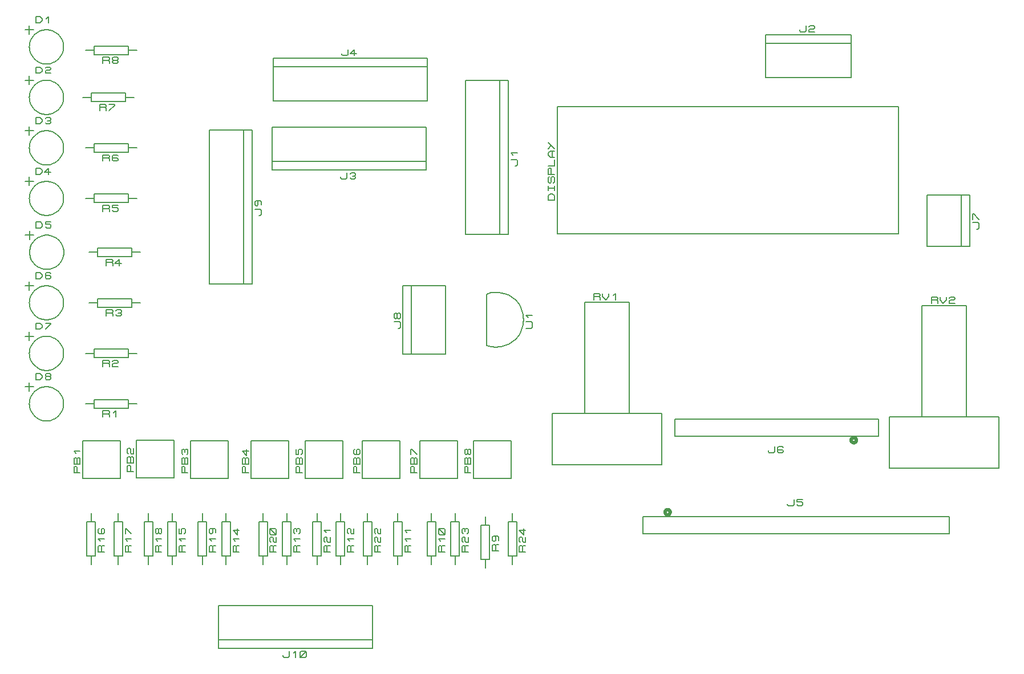
<source format=gbr>
G04 PROTEUS RS274X GERBER FILE*
%FSLAX45Y45*%
%MOMM*%
G01*
%ADD16C,0.203200*%
%ADD17C,0.508000*%
%ADD18C,0.152400*%
D16*
X+931000Y+9250000D02*
X+930173Y+9270483D01*
X+923455Y+9311450D01*
X+909437Y+9352417D01*
X+886659Y+9393384D01*
X+851859Y+9434229D01*
X+810892Y+9465845D01*
X+769925Y+9486392D01*
X+728958Y+9498629D01*
X+687991Y+9503762D01*
X+677000Y+9504000D01*
X+423000Y+9250000D02*
X+423827Y+9270483D01*
X+430545Y+9311450D01*
X+444563Y+9352417D01*
X+467341Y+9393384D01*
X+502141Y+9434229D01*
X+543108Y+9465845D01*
X+584075Y+9486392D01*
X+625042Y+9498629D01*
X+666009Y+9503762D01*
X+677000Y+9504000D01*
X+423000Y+9250000D02*
X+423827Y+9229517D01*
X+430545Y+9188550D01*
X+444563Y+9147583D01*
X+467341Y+9106616D01*
X+502141Y+9065771D01*
X+543108Y+9034155D01*
X+584075Y+9013608D01*
X+625042Y+9001371D01*
X+666009Y+8996238D01*
X+677000Y+8996000D01*
X+931000Y+9250000D02*
X+930173Y+9229517D01*
X+923455Y+9188550D01*
X+909437Y+9147583D01*
X+886659Y+9106616D01*
X+851859Y+9065771D01*
X+810892Y+9034155D01*
X+769925Y+9013608D01*
X+728958Y+9001371D01*
X+687991Y+8996238D01*
X+677000Y+8996000D01*
X+359500Y+9504000D02*
X+486500Y+9504000D01*
X+423000Y+9567500D02*
X+423000Y+9440500D01*
X+518250Y+9608140D02*
X+518250Y+9699580D01*
X+581750Y+9699580D01*
X+613500Y+9669100D01*
X+613500Y+9638620D01*
X+581750Y+9608140D01*
X+518250Y+9608140D01*
X+677000Y+9669100D02*
X+708750Y+9699580D01*
X+708750Y+9608140D01*
X+931000Y+8500000D02*
X+930173Y+8520483D01*
X+923455Y+8561450D01*
X+909437Y+8602417D01*
X+886659Y+8643384D01*
X+851859Y+8684229D01*
X+810892Y+8715845D01*
X+769925Y+8736392D01*
X+728958Y+8748629D01*
X+687991Y+8753762D01*
X+677000Y+8754000D01*
X+423000Y+8500000D02*
X+423827Y+8520483D01*
X+430545Y+8561450D01*
X+444563Y+8602417D01*
X+467341Y+8643384D01*
X+502141Y+8684229D01*
X+543108Y+8715845D01*
X+584075Y+8736392D01*
X+625042Y+8748629D01*
X+666009Y+8753762D01*
X+677000Y+8754000D01*
X+423000Y+8500000D02*
X+423827Y+8479517D01*
X+430545Y+8438550D01*
X+444563Y+8397583D01*
X+467341Y+8356616D01*
X+502141Y+8315771D01*
X+543108Y+8284155D01*
X+584075Y+8263608D01*
X+625042Y+8251371D01*
X+666009Y+8246238D01*
X+677000Y+8246000D01*
X+931000Y+8500000D02*
X+930173Y+8479517D01*
X+923455Y+8438550D01*
X+909437Y+8397583D01*
X+886659Y+8356616D01*
X+851859Y+8315771D01*
X+810892Y+8284155D01*
X+769925Y+8263608D01*
X+728958Y+8251371D01*
X+687991Y+8246238D01*
X+677000Y+8246000D01*
X+359500Y+8754000D02*
X+486500Y+8754000D01*
X+423000Y+8817500D02*
X+423000Y+8690500D01*
X+518250Y+8858140D02*
X+518250Y+8949580D01*
X+581750Y+8949580D01*
X+613500Y+8919100D01*
X+613500Y+8888620D01*
X+581750Y+8858140D01*
X+518250Y+8858140D01*
X+661125Y+8934340D02*
X+677000Y+8949580D01*
X+724625Y+8949580D01*
X+740500Y+8934340D01*
X+740500Y+8919100D01*
X+724625Y+8903860D01*
X+677000Y+8903860D01*
X+661125Y+8888620D01*
X+661125Y+8858140D01*
X+740500Y+8858140D01*
X+931000Y+7750000D02*
X+930173Y+7770483D01*
X+923455Y+7811450D01*
X+909437Y+7852417D01*
X+886659Y+7893384D01*
X+851859Y+7934229D01*
X+810892Y+7965845D01*
X+769925Y+7986392D01*
X+728958Y+7998629D01*
X+687991Y+8003762D01*
X+677000Y+8004000D01*
X+423000Y+7750000D02*
X+423827Y+7770483D01*
X+430545Y+7811450D01*
X+444563Y+7852417D01*
X+467341Y+7893384D01*
X+502141Y+7934229D01*
X+543108Y+7965845D01*
X+584075Y+7986392D01*
X+625042Y+7998629D01*
X+666009Y+8003762D01*
X+677000Y+8004000D01*
X+423000Y+7750000D02*
X+423827Y+7729517D01*
X+430545Y+7688550D01*
X+444563Y+7647583D01*
X+467341Y+7606616D01*
X+502141Y+7565771D01*
X+543108Y+7534155D01*
X+584075Y+7513608D01*
X+625042Y+7501371D01*
X+666009Y+7496238D01*
X+677000Y+7496000D01*
X+931000Y+7750000D02*
X+930173Y+7729517D01*
X+923455Y+7688550D01*
X+909437Y+7647583D01*
X+886659Y+7606616D01*
X+851859Y+7565771D01*
X+810892Y+7534155D01*
X+769925Y+7513608D01*
X+728958Y+7501371D01*
X+687991Y+7496238D01*
X+677000Y+7496000D01*
X+359500Y+8004000D02*
X+486500Y+8004000D01*
X+423000Y+8067500D02*
X+423000Y+7940500D01*
X+518250Y+8108140D02*
X+518250Y+8199580D01*
X+581750Y+8199580D01*
X+613500Y+8169100D01*
X+613500Y+8138620D01*
X+581750Y+8108140D01*
X+518250Y+8108140D01*
X+661125Y+8184340D02*
X+677000Y+8199580D01*
X+724625Y+8199580D01*
X+740500Y+8184340D01*
X+740500Y+8169100D01*
X+724625Y+8153860D01*
X+740500Y+8138620D01*
X+740500Y+8123380D01*
X+724625Y+8108140D01*
X+677000Y+8108140D01*
X+661125Y+8123380D01*
X+692875Y+8153860D02*
X+724625Y+8153860D01*
X+931000Y+7000000D02*
X+930173Y+7020483D01*
X+923455Y+7061450D01*
X+909437Y+7102417D01*
X+886659Y+7143384D01*
X+851859Y+7184229D01*
X+810892Y+7215845D01*
X+769925Y+7236392D01*
X+728958Y+7248629D01*
X+687991Y+7253762D01*
X+677000Y+7254000D01*
X+423000Y+7000000D02*
X+423827Y+7020483D01*
X+430545Y+7061450D01*
X+444563Y+7102417D01*
X+467341Y+7143384D01*
X+502141Y+7184229D01*
X+543108Y+7215845D01*
X+584075Y+7236392D01*
X+625042Y+7248629D01*
X+666009Y+7253762D01*
X+677000Y+7254000D01*
X+423000Y+7000000D02*
X+423827Y+6979517D01*
X+430545Y+6938550D01*
X+444563Y+6897583D01*
X+467341Y+6856616D01*
X+502141Y+6815771D01*
X+543108Y+6784155D01*
X+584075Y+6763608D01*
X+625042Y+6751371D01*
X+666009Y+6746238D01*
X+677000Y+6746000D01*
X+931000Y+7000000D02*
X+930173Y+6979517D01*
X+923455Y+6938550D01*
X+909437Y+6897583D01*
X+886659Y+6856616D01*
X+851859Y+6815771D01*
X+810892Y+6784155D01*
X+769925Y+6763608D01*
X+728958Y+6751371D01*
X+687991Y+6746238D01*
X+677000Y+6746000D01*
X+359500Y+7254000D02*
X+486500Y+7254000D01*
X+423000Y+7317500D02*
X+423000Y+7190500D01*
X+518250Y+7358140D02*
X+518250Y+7449580D01*
X+581750Y+7449580D01*
X+613500Y+7419100D01*
X+613500Y+7388620D01*
X+581750Y+7358140D01*
X+518250Y+7358140D01*
X+740500Y+7388620D02*
X+645250Y+7388620D01*
X+708750Y+7449580D01*
X+708750Y+7358140D01*
X+935000Y+6200000D02*
X+934173Y+6220483D01*
X+927455Y+6261450D01*
X+913437Y+6302417D01*
X+890659Y+6343384D01*
X+855859Y+6384229D01*
X+814892Y+6415845D01*
X+773925Y+6436392D01*
X+732958Y+6448629D01*
X+691991Y+6453762D01*
X+681000Y+6454000D01*
X+427000Y+6200000D02*
X+427827Y+6220483D01*
X+434545Y+6261450D01*
X+448563Y+6302417D01*
X+471341Y+6343384D01*
X+506141Y+6384229D01*
X+547108Y+6415845D01*
X+588075Y+6436392D01*
X+629042Y+6448629D01*
X+670009Y+6453762D01*
X+681000Y+6454000D01*
X+427000Y+6200000D02*
X+427827Y+6179517D01*
X+434545Y+6138550D01*
X+448563Y+6097583D01*
X+471341Y+6056616D01*
X+506141Y+6015771D01*
X+547108Y+5984155D01*
X+588075Y+5963608D01*
X+629042Y+5951371D01*
X+670009Y+5946238D01*
X+681000Y+5946000D01*
X+935000Y+6200000D02*
X+934173Y+6179517D01*
X+927455Y+6138550D01*
X+913437Y+6097583D01*
X+890659Y+6056616D01*
X+855859Y+6015771D01*
X+814892Y+5984155D01*
X+773925Y+5963608D01*
X+732958Y+5951371D01*
X+691991Y+5946238D01*
X+681000Y+5946000D01*
X+363500Y+6454000D02*
X+490500Y+6454000D01*
X+427000Y+6517500D02*
X+427000Y+6390500D01*
X+522250Y+6558140D02*
X+522250Y+6649580D01*
X+585750Y+6649580D01*
X+617500Y+6619100D01*
X+617500Y+6588620D01*
X+585750Y+6558140D01*
X+522250Y+6558140D01*
X+744500Y+6649580D02*
X+665125Y+6649580D01*
X+665125Y+6619100D01*
X+728625Y+6619100D01*
X+744500Y+6603860D01*
X+744500Y+6573380D01*
X+728625Y+6558140D01*
X+681000Y+6558140D01*
X+665125Y+6573380D01*
X+931000Y+5450000D02*
X+930173Y+5470483D01*
X+923455Y+5511450D01*
X+909437Y+5552417D01*
X+886659Y+5593384D01*
X+851859Y+5634229D01*
X+810892Y+5665845D01*
X+769925Y+5686392D01*
X+728958Y+5698629D01*
X+687991Y+5703762D01*
X+677000Y+5704000D01*
X+423000Y+5450000D02*
X+423827Y+5470483D01*
X+430545Y+5511450D01*
X+444563Y+5552417D01*
X+467341Y+5593384D01*
X+502141Y+5634229D01*
X+543108Y+5665845D01*
X+584075Y+5686392D01*
X+625042Y+5698629D01*
X+666009Y+5703762D01*
X+677000Y+5704000D01*
X+423000Y+5450000D02*
X+423827Y+5429517D01*
X+430545Y+5388550D01*
X+444563Y+5347583D01*
X+467341Y+5306616D01*
X+502141Y+5265771D01*
X+543108Y+5234155D01*
X+584075Y+5213608D01*
X+625042Y+5201371D01*
X+666009Y+5196238D01*
X+677000Y+5196000D01*
X+931000Y+5450000D02*
X+930173Y+5429517D01*
X+923455Y+5388550D01*
X+909437Y+5347583D01*
X+886659Y+5306616D01*
X+851859Y+5265771D01*
X+810892Y+5234155D01*
X+769925Y+5213608D01*
X+728958Y+5201371D01*
X+687991Y+5196238D01*
X+677000Y+5196000D01*
X+359500Y+5704000D02*
X+486500Y+5704000D01*
X+423000Y+5767500D02*
X+423000Y+5640500D01*
X+518250Y+5808140D02*
X+518250Y+5899580D01*
X+581750Y+5899580D01*
X+613500Y+5869100D01*
X+613500Y+5838620D01*
X+581750Y+5808140D01*
X+518250Y+5808140D01*
X+740500Y+5884340D02*
X+724625Y+5899580D01*
X+677000Y+5899580D01*
X+661125Y+5884340D01*
X+661125Y+5823380D01*
X+677000Y+5808140D01*
X+724625Y+5808140D01*
X+740500Y+5823380D01*
X+740500Y+5838620D01*
X+724625Y+5853860D01*
X+661125Y+5853860D01*
X+931000Y+4700000D02*
X+930173Y+4720483D01*
X+923455Y+4761450D01*
X+909437Y+4802417D01*
X+886659Y+4843384D01*
X+851859Y+4884229D01*
X+810892Y+4915845D01*
X+769925Y+4936392D01*
X+728958Y+4948629D01*
X+687991Y+4953762D01*
X+677000Y+4954000D01*
X+423000Y+4700000D02*
X+423827Y+4720483D01*
X+430545Y+4761450D01*
X+444563Y+4802417D01*
X+467341Y+4843384D01*
X+502141Y+4884229D01*
X+543108Y+4915845D01*
X+584075Y+4936392D01*
X+625042Y+4948629D01*
X+666009Y+4953762D01*
X+677000Y+4954000D01*
X+423000Y+4700000D02*
X+423827Y+4679517D01*
X+430545Y+4638550D01*
X+444563Y+4597583D01*
X+467341Y+4556616D01*
X+502141Y+4515771D01*
X+543108Y+4484155D01*
X+584075Y+4463608D01*
X+625042Y+4451371D01*
X+666009Y+4446238D01*
X+677000Y+4446000D01*
X+931000Y+4700000D02*
X+930173Y+4679517D01*
X+923455Y+4638550D01*
X+909437Y+4597583D01*
X+886659Y+4556616D01*
X+851859Y+4515771D01*
X+810892Y+4484155D01*
X+769925Y+4463608D01*
X+728958Y+4451371D01*
X+687991Y+4446238D01*
X+677000Y+4446000D01*
X+359500Y+4954000D02*
X+486500Y+4954000D01*
X+423000Y+5017500D02*
X+423000Y+4890500D01*
X+518250Y+5058140D02*
X+518250Y+5149580D01*
X+581750Y+5149580D01*
X+613500Y+5119100D01*
X+613500Y+5088620D01*
X+581750Y+5058140D01*
X+518250Y+5058140D01*
X+661125Y+5149580D02*
X+740500Y+5149580D01*
X+740500Y+5134340D01*
X+661125Y+5058140D01*
X+931000Y+3950000D02*
X+930173Y+3970483D01*
X+923455Y+4011450D01*
X+909437Y+4052417D01*
X+886659Y+4093384D01*
X+851859Y+4134229D01*
X+810892Y+4165845D01*
X+769925Y+4186392D01*
X+728958Y+4198629D01*
X+687991Y+4203762D01*
X+677000Y+4204000D01*
X+423000Y+3950000D02*
X+423827Y+3970483D01*
X+430545Y+4011450D01*
X+444563Y+4052417D01*
X+467341Y+4093384D01*
X+502141Y+4134229D01*
X+543108Y+4165845D01*
X+584075Y+4186392D01*
X+625042Y+4198629D01*
X+666009Y+4203762D01*
X+677000Y+4204000D01*
X+423000Y+3950000D02*
X+423827Y+3929517D01*
X+430545Y+3888550D01*
X+444563Y+3847583D01*
X+467341Y+3806616D01*
X+502141Y+3765771D01*
X+543108Y+3734155D01*
X+584075Y+3713608D01*
X+625042Y+3701371D01*
X+666009Y+3696238D01*
X+677000Y+3696000D01*
X+931000Y+3950000D02*
X+930173Y+3929517D01*
X+923455Y+3888550D01*
X+909437Y+3847583D01*
X+886659Y+3806616D01*
X+851859Y+3765771D01*
X+810892Y+3734155D01*
X+769925Y+3713608D01*
X+728958Y+3701371D01*
X+687991Y+3696238D01*
X+677000Y+3696000D01*
X+359500Y+4204000D02*
X+486500Y+4204000D01*
X+423000Y+4267500D02*
X+423000Y+4140500D01*
X+518250Y+4308140D02*
X+518250Y+4399580D01*
X+581750Y+4399580D01*
X+613500Y+4369100D01*
X+613500Y+4338620D01*
X+581750Y+4308140D01*
X+518250Y+4308140D01*
X+677000Y+4353860D02*
X+661125Y+4369100D01*
X+661125Y+4384340D01*
X+677000Y+4399580D01*
X+724625Y+4399580D01*
X+740500Y+4384340D01*
X+740500Y+4369100D01*
X+724625Y+4353860D01*
X+677000Y+4353860D01*
X+661125Y+4338620D01*
X+661125Y+4323380D01*
X+677000Y+4308140D01*
X+724625Y+4308140D01*
X+740500Y+4323380D01*
X+740500Y+4338620D01*
X+724625Y+4353860D01*
X+8256000Y+6473600D02*
X+13323300Y+6473600D01*
X+13323300Y+8365900D01*
X+8256000Y+8365900D01*
X+8256000Y+6473600D01*
X+8215360Y+6975250D02*
X+8123920Y+6975250D01*
X+8123920Y+7038750D01*
X+8154400Y+7070500D01*
X+8184880Y+7070500D01*
X+8215360Y+7038750D01*
X+8215360Y+6975250D01*
X+8123920Y+7118125D02*
X+8123920Y+7181625D01*
X+8123920Y+7149875D02*
X+8215360Y+7149875D01*
X+8215360Y+7118125D02*
X+8215360Y+7181625D01*
X+8200120Y+7229250D02*
X+8215360Y+7245125D01*
X+8215360Y+7308625D01*
X+8200120Y+7324500D01*
X+8184880Y+7324500D01*
X+8169640Y+7308625D01*
X+8169640Y+7245125D01*
X+8154400Y+7229250D01*
X+8139160Y+7229250D01*
X+8123920Y+7245125D01*
X+8123920Y+7308625D01*
X+8139160Y+7324500D01*
X+8215360Y+7356250D02*
X+8123920Y+7356250D01*
X+8123920Y+7435625D01*
X+8139160Y+7451500D01*
X+8154400Y+7451500D01*
X+8169640Y+7435625D01*
X+8169640Y+7356250D01*
X+8123920Y+7483250D02*
X+8215360Y+7483250D01*
X+8215360Y+7578500D01*
X+8215360Y+7610250D02*
X+8154400Y+7610250D01*
X+8123920Y+7642000D01*
X+8123920Y+7673750D01*
X+8154400Y+7705500D01*
X+8215360Y+7705500D01*
X+8184880Y+7610250D02*
X+8184880Y+7705500D01*
X+8123920Y+7832500D02*
X+8215360Y+7737250D01*
X+8123920Y+7737250D02*
X+8169640Y+7784875D01*
X+6896000Y+6468000D02*
X+7531000Y+6468000D01*
X+7531000Y+8754000D01*
X+6896000Y+8754000D01*
X+6896000Y+6468000D01*
X+7404000Y+8754000D02*
X+7404000Y+6468000D01*
X+7632600Y+7484000D02*
X+7647840Y+7484000D01*
X+7663080Y+7499875D01*
X+7663080Y+7563375D01*
X+7647840Y+7579250D01*
X+7571640Y+7579250D01*
X+7602120Y+7642750D02*
X+7571640Y+7674500D01*
X+7663080Y+7674500D01*
X+11346000Y+8796000D02*
X+12616000Y+8796000D01*
X+12616000Y+9431000D01*
X+11346000Y+9431000D01*
X+11346000Y+8796000D01*
X+11346000Y+9304000D02*
X+12616000Y+9304000D01*
X+11854000Y+9502120D02*
X+11854000Y+9486880D01*
X+11869875Y+9471640D01*
X+11933375Y+9471640D01*
X+11949250Y+9486880D01*
X+11949250Y+9563080D01*
X+11996875Y+9547840D02*
X+12012750Y+9563080D01*
X+12060375Y+9563080D01*
X+12076250Y+9547840D01*
X+12076250Y+9532600D01*
X+12060375Y+9517360D01*
X+12012750Y+9517360D01*
X+11996875Y+9502120D01*
X+11996875Y+9471640D01*
X+12076250Y+9471640D01*
X+4026000Y+7419000D02*
X+6312000Y+7419000D01*
X+6312000Y+8054000D01*
X+4026000Y+8054000D01*
X+4026000Y+7419000D01*
X+6312000Y+7546000D02*
X+4026000Y+7546000D01*
X+5042000Y+7317400D02*
X+5042000Y+7302160D01*
X+5057875Y+7286920D01*
X+5121375Y+7286920D01*
X+5137250Y+7302160D01*
X+5137250Y+7378360D01*
X+5184875Y+7363120D02*
X+5200750Y+7378360D01*
X+5248375Y+7378360D01*
X+5264250Y+7363120D01*
X+5264250Y+7347880D01*
X+5248375Y+7332640D01*
X+5264250Y+7317400D01*
X+5264250Y+7302160D01*
X+5248375Y+7286920D01*
X+5200750Y+7286920D01*
X+5184875Y+7302160D01*
X+5216625Y+7332640D02*
X+5248375Y+7332640D01*
X+4042000Y+8446000D02*
X+6328000Y+8446000D01*
X+6328000Y+9081000D01*
X+4042000Y+9081000D01*
X+4042000Y+8446000D01*
X+4042000Y+8954000D02*
X+6328000Y+8954000D01*
X+5058000Y+9152120D02*
X+5058000Y+9136880D01*
X+5073875Y+9121640D01*
X+5137375Y+9121640D01*
X+5153250Y+9136880D01*
X+5153250Y+9213080D01*
X+5280250Y+9152120D02*
X+5185000Y+9152120D01*
X+5248500Y+9213080D01*
X+5248500Y+9121640D01*
D17*
X+9934100Y+2340500D02*
X+9933969Y+2343658D01*
X+9932903Y+2349976D01*
X+9930672Y+2356294D01*
X+9927027Y+2362612D01*
X+9921452Y+2368851D01*
X+9915134Y+2373447D01*
X+9908816Y+2376380D01*
X+9902498Y+2378042D01*
X+9896180Y+2378600D01*
X+9896000Y+2378600D01*
X+9857900Y+2340500D02*
X+9858031Y+2343658D01*
X+9859097Y+2349976D01*
X+9861328Y+2356294D01*
X+9864973Y+2362612D01*
X+9870548Y+2368851D01*
X+9876866Y+2373447D01*
X+9883184Y+2376380D01*
X+9889502Y+2378042D01*
X+9895820Y+2378600D01*
X+9896000Y+2378600D01*
X+9857900Y+2340500D02*
X+9858031Y+2337342D01*
X+9859097Y+2331024D01*
X+9861328Y+2324706D01*
X+9864973Y+2318388D01*
X+9870548Y+2312149D01*
X+9876866Y+2307553D01*
X+9883184Y+2304620D01*
X+9889502Y+2302958D01*
X+9895820Y+2302400D01*
X+9896000Y+2302400D01*
X+9934100Y+2340500D02*
X+9933969Y+2337342D01*
X+9932903Y+2331024D01*
X+9930672Y+2324706D01*
X+9927027Y+2318388D01*
X+9921452Y+2312149D01*
X+9915134Y+2307553D01*
X+9908816Y+2304620D01*
X+9902498Y+2302958D01*
X+9896180Y+2302400D01*
X+9896000Y+2302400D01*
D18*
X+9527700Y+2023000D02*
X+14074300Y+2023000D01*
X+14074300Y+2277000D01*
X+9527700Y+2277000D01*
X+9527700Y+2023000D01*
D16*
X+11674000Y+2464960D02*
X+11674000Y+2449720D01*
X+11689875Y+2434480D01*
X+11753375Y+2434480D01*
X+11769250Y+2449720D01*
X+11769250Y+2525920D01*
X+11896250Y+2525920D02*
X+11816875Y+2525920D01*
X+11816875Y+2495440D01*
X+11880375Y+2495440D01*
X+11896250Y+2480200D01*
X+11896250Y+2449720D01*
X+11880375Y+2434480D01*
X+11832750Y+2434480D01*
X+11816875Y+2449720D01*
D17*
X+12696100Y+3409500D02*
X+12695969Y+3412658D01*
X+12694903Y+3418976D01*
X+12692672Y+3425294D01*
X+12689027Y+3431612D01*
X+12683452Y+3437851D01*
X+12677134Y+3442447D01*
X+12670816Y+3445380D01*
X+12664498Y+3447042D01*
X+12658180Y+3447600D01*
X+12658000Y+3447600D01*
X+12619900Y+3409500D02*
X+12620031Y+3412658D01*
X+12621097Y+3418976D01*
X+12623328Y+3425294D01*
X+12626973Y+3431612D01*
X+12632548Y+3437851D01*
X+12638866Y+3442447D01*
X+12645184Y+3445380D01*
X+12651502Y+3447042D01*
X+12657820Y+3447600D01*
X+12658000Y+3447600D01*
X+12619900Y+3409500D02*
X+12620031Y+3406342D01*
X+12621097Y+3400024D01*
X+12623328Y+3393706D01*
X+12626973Y+3387388D01*
X+12632548Y+3381149D01*
X+12638866Y+3376553D01*
X+12645184Y+3373620D01*
X+12651502Y+3371958D01*
X+12657820Y+3371400D01*
X+12658000Y+3371400D01*
X+12696100Y+3409500D02*
X+12695969Y+3406342D01*
X+12694903Y+3400024D01*
X+12692672Y+3393706D01*
X+12689027Y+3387388D01*
X+12683452Y+3381149D01*
X+12677134Y+3376553D01*
X+12670816Y+3373620D01*
X+12664498Y+3371958D01*
X+12658180Y+3371400D01*
X+12658000Y+3371400D01*
D18*
X+13026300Y+3727000D02*
X+10003700Y+3727000D01*
X+10003700Y+3473000D01*
X+13026300Y+3473000D01*
X+13026300Y+3727000D01*
D16*
X+11388000Y+3254560D02*
X+11388000Y+3239320D01*
X+11403875Y+3224080D01*
X+11467375Y+3224080D01*
X+11483250Y+3239320D01*
X+11483250Y+3315520D01*
X+11610250Y+3300280D02*
X+11594375Y+3315520D01*
X+11546750Y+3315520D01*
X+11530875Y+3300280D01*
X+11530875Y+3239320D01*
X+11546750Y+3224080D01*
X+11594375Y+3224080D01*
X+11610250Y+3239320D01*
X+11610250Y+3254560D01*
X+11594375Y+3269800D01*
X+11530875Y+3269800D01*
X+13746000Y+6292000D02*
X+14381000Y+6292000D01*
X+14381000Y+7054000D01*
X+13746000Y+7054000D01*
X+13746000Y+6292000D01*
X+14254000Y+7054000D02*
X+14254000Y+6292000D01*
X+14482600Y+6546000D02*
X+14497840Y+6546000D01*
X+14513080Y+6561875D01*
X+14513080Y+6625375D01*
X+14497840Y+6641250D01*
X+14421640Y+6641250D01*
X+14421640Y+6688875D02*
X+14421640Y+6768250D01*
X+14436880Y+6768250D01*
X+14513080Y+6688875D01*
X+5969000Y+4692000D02*
X+6604000Y+4692000D01*
X+6604000Y+5708000D01*
X+5969000Y+5708000D01*
X+5969000Y+4692000D01*
X+6096000Y+4692000D02*
X+6096000Y+5708000D01*
X+5897880Y+5073000D02*
X+5913120Y+5073000D01*
X+5928360Y+5088875D01*
X+5928360Y+5152375D01*
X+5913120Y+5168250D01*
X+5836920Y+5168250D01*
X+5882640Y+5231750D02*
X+5867400Y+5215875D01*
X+5852160Y+5215875D01*
X+5836920Y+5231750D01*
X+5836920Y+5279375D01*
X+5852160Y+5295250D01*
X+5867400Y+5295250D01*
X+5882640Y+5279375D01*
X+5882640Y+5231750D01*
X+5897880Y+5215875D01*
X+5913120Y+5215875D01*
X+5928360Y+5231750D01*
X+5928360Y+5279375D01*
X+5913120Y+5295250D01*
X+5897880Y+5295250D01*
X+5882640Y+5279375D01*
X+3096000Y+5730000D02*
X+3731000Y+5730000D01*
X+3731000Y+8016000D01*
X+3096000Y+8016000D01*
X+3096000Y+5730000D01*
X+3604000Y+8016000D02*
X+3604000Y+5730000D01*
X+3832600Y+6746000D02*
X+3847840Y+6746000D01*
X+3863080Y+6761875D01*
X+3863080Y+6825375D01*
X+3847840Y+6841250D01*
X+3771640Y+6841250D01*
X+3802120Y+6968250D02*
X+3817360Y+6952375D01*
X+3817360Y+6904750D01*
X+3802120Y+6888875D01*
X+3786880Y+6888875D01*
X+3771640Y+6904750D01*
X+3771640Y+6952375D01*
X+3786880Y+6968250D01*
X+3847840Y+6968250D01*
X+3863080Y+6952375D01*
X+3863080Y+6904750D01*
X+3234000Y+319000D02*
X+5520000Y+319000D01*
X+5520000Y+954000D01*
X+3234000Y+954000D01*
X+3234000Y+319000D01*
X+5520000Y+446000D02*
X+3234000Y+446000D01*
X+4186500Y+217400D02*
X+4186500Y+202160D01*
X+4202375Y+186920D01*
X+4265875Y+186920D01*
X+4281750Y+202160D01*
X+4281750Y+278360D01*
X+4345250Y+247880D02*
X+4377000Y+278360D01*
X+4377000Y+186920D01*
X+4440500Y+202160D02*
X+4440500Y+263120D01*
X+4456375Y+278360D01*
X+4519875Y+278360D01*
X+4535750Y+263120D01*
X+4535750Y+202160D01*
X+4519875Y+186920D01*
X+4456375Y+186920D01*
X+4440500Y+202160D01*
X+4440500Y+186920D02*
X+4535750Y+278360D01*
X+1216600Y+2839600D02*
X+1775400Y+2839600D01*
X+1775400Y+3398400D01*
X+1216600Y+3398400D01*
X+1216600Y+2839600D01*
X+1175960Y+2928500D02*
X+1084520Y+2928500D01*
X+1084520Y+3007875D01*
X+1099760Y+3023750D01*
X+1115000Y+3023750D01*
X+1130240Y+3007875D01*
X+1130240Y+2928500D01*
X+1175960Y+3055500D02*
X+1084520Y+3055500D01*
X+1084520Y+3134875D01*
X+1099760Y+3150750D01*
X+1115000Y+3150750D01*
X+1130240Y+3134875D01*
X+1145480Y+3150750D01*
X+1160720Y+3150750D01*
X+1175960Y+3134875D01*
X+1175960Y+3055500D01*
X+1130240Y+3055500D02*
X+1130240Y+3134875D01*
X+1115000Y+3214250D02*
X+1084520Y+3246000D01*
X+1175960Y+3246000D01*
X+2008600Y+2851600D02*
X+2567400Y+2851600D01*
X+2567400Y+3410400D01*
X+2008600Y+3410400D01*
X+2008600Y+2851600D01*
X+1967960Y+2940500D02*
X+1876520Y+2940500D01*
X+1876520Y+3019875D01*
X+1891760Y+3035750D01*
X+1907000Y+3035750D01*
X+1922240Y+3019875D01*
X+1922240Y+2940500D01*
X+1967960Y+3067500D02*
X+1876520Y+3067500D01*
X+1876520Y+3146875D01*
X+1891760Y+3162750D01*
X+1907000Y+3162750D01*
X+1922240Y+3146875D01*
X+1937480Y+3162750D01*
X+1952720Y+3162750D01*
X+1967960Y+3146875D01*
X+1967960Y+3067500D01*
X+1922240Y+3067500D02*
X+1922240Y+3146875D01*
X+1891760Y+3210375D02*
X+1876520Y+3226250D01*
X+1876520Y+3273875D01*
X+1891760Y+3289750D01*
X+1907000Y+3289750D01*
X+1922240Y+3273875D01*
X+1922240Y+3226250D01*
X+1937480Y+3210375D01*
X+1967960Y+3210375D01*
X+1967960Y+3289750D01*
X+2816600Y+2839600D02*
X+3375400Y+2839600D01*
X+3375400Y+3398400D01*
X+2816600Y+3398400D01*
X+2816600Y+2839600D01*
X+2775960Y+2928500D02*
X+2684520Y+2928500D01*
X+2684520Y+3007875D01*
X+2699760Y+3023750D01*
X+2715000Y+3023750D01*
X+2730240Y+3007875D01*
X+2730240Y+2928500D01*
X+2775960Y+3055500D02*
X+2684520Y+3055500D01*
X+2684520Y+3134875D01*
X+2699760Y+3150750D01*
X+2715000Y+3150750D01*
X+2730240Y+3134875D01*
X+2745480Y+3150750D01*
X+2760720Y+3150750D01*
X+2775960Y+3134875D01*
X+2775960Y+3055500D01*
X+2730240Y+3055500D02*
X+2730240Y+3134875D01*
X+2699760Y+3198375D02*
X+2684520Y+3214250D01*
X+2684520Y+3261875D01*
X+2699760Y+3277750D01*
X+2715000Y+3277750D01*
X+2730240Y+3261875D01*
X+2745480Y+3277750D01*
X+2760720Y+3277750D01*
X+2775960Y+3261875D01*
X+2775960Y+3214250D01*
X+2760720Y+3198375D01*
X+2730240Y+3230125D02*
X+2730240Y+3261875D01*
X+3716600Y+2839600D02*
X+4275400Y+2839600D01*
X+4275400Y+3398400D01*
X+3716600Y+3398400D01*
X+3716600Y+2839600D01*
X+3675960Y+2928500D02*
X+3584520Y+2928500D01*
X+3584520Y+3007875D01*
X+3599760Y+3023750D01*
X+3615000Y+3023750D01*
X+3630240Y+3007875D01*
X+3630240Y+2928500D01*
X+3675960Y+3055500D02*
X+3584520Y+3055500D01*
X+3584520Y+3134875D01*
X+3599760Y+3150750D01*
X+3615000Y+3150750D01*
X+3630240Y+3134875D01*
X+3645480Y+3150750D01*
X+3660720Y+3150750D01*
X+3675960Y+3134875D01*
X+3675960Y+3055500D01*
X+3630240Y+3055500D02*
X+3630240Y+3134875D01*
X+3645480Y+3277750D02*
X+3645480Y+3182500D01*
X+3584520Y+3246000D01*
X+3675960Y+3246000D01*
X+4516600Y+2839600D02*
X+5075400Y+2839600D01*
X+5075400Y+3398400D01*
X+4516600Y+3398400D01*
X+4516600Y+2839600D01*
X+4475960Y+2928500D02*
X+4384520Y+2928500D01*
X+4384520Y+3007875D01*
X+4399760Y+3023750D01*
X+4415000Y+3023750D01*
X+4430240Y+3007875D01*
X+4430240Y+2928500D01*
X+4475960Y+3055500D02*
X+4384520Y+3055500D01*
X+4384520Y+3134875D01*
X+4399760Y+3150750D01*
X+4415000Y+3150750D01*
X+4430240Y+3134875D01*
X+4445480Y+3150750D01*
X+4460720Y+3150750D01*
X+4475960Y+3134875D01*
X+4475960Y+3055500D01*
X+4430240Y+3055500D02*
X+4430240Y+3134875D01*
X+4384520Y+3277750D02*
X+4384520Y+3198375D01*
X+4415000Y+3198375D01*
X+4415000Y+3261875D01*
X+4430240Y+3277750D01*
X+4460720Y+3277750D01*
X+4475960Y+3261875D01*
X+4475960Y+3214250D01*
X+4460720Y+3198375D01*
X+5366600Y+2839600D02*
X+5925400Y+2839600D01*
X+5925400Y+3398400D01*
X+5366600Y+3398400D01*
X+5366600Y+2839600D01*
X+5325960Y+2928500D02*
X+5234520Y+2928500D01*
X+5234520Y+3007875D01*
X+5249760Y+3023750D01*
X+5265000Y+3023750D01*
X+5280240Y+3007875D01*
X+5280240Y+2928500D01*
X+5325960Y+3055500D02*
X+5234520Y+3055500D01*
X+5234520Y+3134875D01*
X+5249760Y+3150750D01*
X+5265000Y+3150750D01*
X+5280240Y+3134875D01*
X+5295480Y+3150750D01*
X+5310720Y+3150750D01*
X+5325960Y+3134875D01*
X+5325960Y+3055500D01*
X+5280240Y+3055500D02*
X+5280240Y+3134875D01*
X+5249760Y+3277750D02*
X+5234520Y+3261875D01*
X+5234520Y+3214250D01*
X+5249760Y+3198375D01*
X+5310720Y+3198375D01*
X+5325960Y+3214250D01*
X+5325960Y+3261875D01*
X+5310720Y+3277750D01*
X+5295480Y+3277750D01*
X+5280240Y+3261875D01*
X+5280240Y+3198375D01*
X+6216600Y+2839600D02*
X+6775400Y+2839600D01*
X+6775400Y+3398400D01*
X+6216600Y+3398400D01*
X+6216600Y+2839600D01*
X+6175960Y+2928500D02*
X+6084520Y+2928500D01*
X+6084520Y+3007875D01*
X+6099760Y+3023750D01*
X+6115000Y+3023750D01*
X+6130240Y+3007875D01*
X+6130240Y+2928500D01*
X+6175960Y+3055500D02*
X+6084520Y+3055500D01*
X+6084520Y+3134875D01*
X+6099760Y+3150750D01*
X+6115000Y+3150750D01*
X+6130240Y+3134875D01*
X+6145480Y+3150750D01*
X+6160720Y+3150750D01*
X+6175960Y+3134875D01*
X+6175960Y+3055500D01*
X+6130240Y+3055500D02*
X+6130240Y+3134875D01*
X+6084520Y+3198375D02*
X+6084520Y+3277750D01*
X+6099760Y+3277750D01*
X+6175960Y+3198375D01*
X+7016600Y+2839600D02*
X+7575400Y+2839600D01*
X+7575400Y+3398400D01*
X+7016600Y+3398400D01*
X+7016600Y+2839600D01*
X+6975960Y+2928500D02*
X+6884520Y+2928500D01*
X+6884520Y+3007875D01*
X+6899760Y+3023750D01*
X+6915000Y+3023750D01*
X+6930240Y+3007875D01*
X+6930240Y+2928500D01*
X+6975960Y+3055500D02*
X+6884520Y+3055500D01*
X+6884520Y+3134875D01*
X+6899760Y+3150750D01*
X+6915000Y+3150750D01*
X+6930240Y+3134875D01*
X+6945480Y+3150750D01*
X+6960720Y+3150750D01*
X+6975960Y+3134875D01*
X+6975960Y+3055500D01*
X+6930240Y+3055500D02*
X+6930240Y+3134875D01*
X+6930240Y+3214250D02*
X+6915000Y+3198375D01*
X+6899760Y+3198375D01*
X+6884520Y+3214250D01*
X+6884520Y+3261875D01*
X+6899760Y+3277750D01*
X+6915000Y+3277750D01*
X+6930240Y+3261875D01*
X+6930240Y+3214250D01*
X+6945480Y+3198375D01*
X+6960720Y+3198375D01*
X+6975960Y+3214250D01*
X+6975960Y+3261875D01*
X+6960720Y+3277750D01*
X+6945480Y+3277750D01*
X+6930240Y+3261875D01*
X+2023000Y+3950000D02*
X+1896000Y+3950000D01*
X+1388000Y+3886500D02*
X+1896000Y+3886500D01*
X+1896000Y+4013500D01*
X+1388000Y+4013500D01*
X+1388000Y+3886500D01*
X+1388000Y+3950000D02*
X+1261000Y+3950000D01*
X+1515000Y+3754420D02*
X+1515000Y+3845860D01*
X+1594375Y+3845860D01*
X+1610250Y+3830620D01*
X+1610250Y+3815380D01*
X+1594375Y+3800140D01*
X+1515000Y+3800140D01*
X+1594375Y+3800140D02*
X+1610250Y+3784900D01*
X+1610250Y+3754420D01*
X+1673750Y+3815380D02*
X+1705500Y+3845860D01*
X+1705500Y+3754420D01*
X+2023000Y+4700000D02*
X+1896000Y+4700000D01*
X+1388000Y+4636500D02*
X+1896000Y+4636500D01*
X+1896000Y+4763500D01*
X+1388000Y+4763500D01*
X+1388000Y+4636500D01*
X+1388000Y+4700000D02*
X+1261000Y+4700000D01*
X+1515000Y+4504420D02*
X+1515000Y+4595860D01*
X+1594375Y+4595860D01*
X+1610250Y+4580620D01*
X+1610250Y+4565380D01*
X+1594375Y+4550140D01*
X+1515000Y+4550140D01*
X+1594375Y+4550140D02*
X+1610250Y+4534900D01*
X+1610250Y+4504420D01*
X+1657875Y+4580620D02*
X+1673750Y+4595860D01*
X+1721375Y+4595860D01*
X+1737250Y+4580620D01*
X+1737250Y+4565380D01*
X+1721375Y+4550140D01*
X+1673750Y+4550140D01*
X+1657875Y+4534900D01*
X+1657875Y+4504420D01*
X+1737250Y+4504420D01*
X+2073000Y+5450000D02*
X+1946000Y+5450000D01*
X+1438000Y+5386500D02*
X+1946000Y+5386500D01*
X+1946000Y+5513500D01*
X+1438000Y+5513500D01*
X+1438000Y+5386500D01*
X+1438000Y+5450000D02*
X+1311000Y+5450000D01*
X+1565000Y+5254420D02*
X+1565000Y+5345860D01*
X+1644375Y+5345860D01*
X+1660250Y+5330620D01*
X+1660250Y+5315380D01*
X+1644375Y+5300140D01*
X+1565000Y+5300140D01*
X+1644375Y+5300140D02*
X+1660250Y+5284900D01*
X+1660250Y+5254420D01*
X+1707875Y+5330620D02*
X+1723750Y+5345860D01*
X+1771375Y+5345860D01*
X+1787250Y+5330620D01*
X+1787250Y+5315380D01*
X+1771375Y+5300140D01*
X+1787250Y+5284900D01*
X+1787250Y+5269660D01*
X+1771375Y+5254420D01*
X+1723750Y+5254420D01*
X+1707875Y+5269660D01*
X+1739625Y+5300140D02*
X+1771375Y+5300140D01*
X+2073000Y+6200000D02*
X+1946000Y+6200000D01*
X+1438000Y+6136500D02*
X+1946000Y+6136500D01*
X+1946000Y+6263500D01*
X+1438000Y+6263500D01*
X+1438000Y+6136500D01*
X+1438000Y+6200000D02*
X+1311000Y+6200000D01*
X+1565000Y+6004420D02*
X+1565000Y+6095860D01*
X+1644375Y+6095860D01*
X+1660250Y+6080620D01*
X+1660250Y+6065380D01*
X+1644375Y+6050140D01*
X+1565000Y+6050140D01*
X+1644375Y+6050140D02*
X+1660250Y+6034900D01*
X+1660250Y+6004420D01*
X+1787250Y+6034900D02*
X+1692000Y+6034900D01*
X+1755500Y+6095860D01*
X+1755500Y+6004420D01*
X+2023000Y+7000000D02*
X+1896000Y+7000000D01*
X+1388000Y+6936500D02*
X+1896000Y+6936500D01*
X+1896000Y+7063500D01*
X+1388000Y+7063500D01*
X+1388000Y+6936500D01*
X+1388000Y+7000000D02*
X+1261000Y+7000000D01*
X+1515000Y+6804420D02*
X+1515000Y+6895860D01*
X+1594375Y+6895860D01*
X+1610250Y+6880620D01*
X+1610250Y+6865380D01*
X+1594375Y+6850140D01*
X+1515000Y+6850140D01*
X+1594375Y+6850140D02*
X+1610250Y+6834900D01*
X+1610250Y+6804420D01*
X+1737250Y+6895860D02*
X+1657875Y+6895860D01*
X+1657875Y+6865380D01*
X+1721375Y+6865380D01*
X+1737250Y+6850140D01*
X+1737250Y+6819660D01*
X+1721375Y+6804420D01*
X+1673750Y+6804420D01*
X+1657875Y+6819660D01*
X+2023000Y+7750000D02*
X+1896000Y+7750000D01*
X+1388000Y+7686500D02*
X+1896000Y+7686500D01*
X+1896000Y+7813500D01*
X+1388000Y+7813500D01*
X+1388000Y+7686500D01*
X+1388000Y+7750000D02*
X+1261000Y+7750000D01*
X+1515000Y+7554420D02*
X+1515000Y+7645860D01*
X+1594375Y+7645860D01*
X+1610250Y+7630620D01*
X+1610250Y+7615380D01*
X+1594375Y+7600140D01*
X+1515000Y+7600140D01*
X+1594375Y+7600140D02*
X+1610250Y+7584900D01*
X+1610250Y+7554420D01*
X+1737250Y+7630620D02*
X+1721375Y+7645860D01*
X+1673750Y+7645860D01*
X+1657875Y+7630620D01*
X+1657875Y+7569660D01*
X+1673750Y+7554420D01*
X+1721375Y+7554420D01*
X+1737250Y+7569660D01*
X+1737250Y+7584900D01*
X+1721375Y+7600140D01*
X+1657875Y+7600140D01*
X+1973000Y+8500000D02*
X+1846000Y+8500000D01*
X+1338000Y+8436500D02*
X+1846000Y+8436500D01*
X+1846000Y+8563500D01*
X+1338000Y+8563500D01*
X+1338000Y+8436500D01*
X+1338000Y+8500000D02*
X+1211000Y+8500000D01*
X+1465000Y+8304420D02*
X+1465000Y+8395860D01*
X+1544375Y+8395860D01*
X+1560250Y+8380620D01*
X+1560250Y+8365380D01*
X+1544375Y+8350140D01*
X+1465000Y+8350140D01*
X+1544375Y+8350140D02*
X+1560250Y+8334900D01*
X+1560250Y+8304420D01*
X+1607875Y+8395860D02*
X+1687250Y+8395860D01*
X+1687250Y+8380620D01*
X+1607875Y+8304420D01*
X+2023000Y+9200000D02*
X+1896000Y+9200000D01*
X+1388000Y+9136500D02*
X+1896000Y+9136500D01*
X+1896000Y+9263500D01*
X+1388000Y+9263500D01*
X+1388000Y+9136500D01*
X+1388000Y+9200000D02*
X+1261000Y+9200000D01*
X+1515000Y+9004420D02*
X+1515000Y+9095860D01*
X+1594375Y+9095860D01*
X+1610250Y+9080620D01*
X+1610250Y+9065380D01*
X+1594375Y+9050140D01*
X+1515000Y+9050140D01*
X+1594375Y+9050140D02*
X+1610250Y+9034900D01*
X+1610250Y+9004420D01*
X+1673750Y+9050140D02*
X+1657875Y+9065380D01*
X+1657875Y+9080620D01*
X+1673750Y+9095860D01*
X+1721375Y+9095860D01*
X+1737250Y+9080620D01*
X+1737250Y+9065380D01*
X+1721375Y+9050140D01*
X+1673750Y+9050140D01*
X+1657875Y+9034900D01*
X+1657875Y+9019660D01*
X+1673750Y+9004420D01*
X+1721375Y+9004420D01*
X+1737250Y+9019660D01*
X+1737250Y+9034900D01*
X+1721375Y+9050140D01*
X+7192000Y+2273000D02*
X+7192000Y+2146000D01*
X+7128500Y+1638000D02*
X+7255500Y+1638000D01*
X+7255500Y+2146000D01*
X+7128500Y+2146000D01*
X+7128500Y+1638000D01*
X+7192000Y+1638000D02*
X+7192000Y+1511000D01*
X+7387580Y+1765000D02*
X+7296140Y+1765000D01*
X+7296140Y+1844375D01*
X+7311380Y+1860250D01*
X+7326620Y+1860250D01*
X+7341860Y+1844375D01*
X+7341860Y+1765000D01*
X+7341860Y+1844375D02*
X+7357100Y+1860250D01*
X+7387580Y+1860250D01*
X+7326620Y+1987250D02*
X+7341860Y+1971375D01*
X+7341860Y+1923750D01*
X+7326620Y+1907875D01*
X+7311380Y+1907875D01*
X+7296140Y+1923750D01*
X+7296140Y+1971375D01*
X+7311380Y+1987250D01*
X+7372340Y+1987250D01*
X+7387580Y+1971375D01*
X+7387580Y+1923750D01*
X+6392000Y+2323000D02*
X+6392000Y+2196000D01*
X+6328500Y+1688000D02*
X+6455500Y+1688000D01*
X+6455500Y+2196000D01*
X+6328500Y+2196000D01*
X+6328500Y+1688000D01*
X+6392000Y+1688000D02*
X+6392000Y+1561000D01*
X+6587580Y+1751500D02*
X+6496140Y+1751500D01*
X+6496140Y+1830875D01*
X+6511380Y+1846750D01*
X+6526620Y+1846750D01*
X+6541860Y+1830875D01*
X+6541860Y+1751500D01*
X+6541860Y+1830875D02*
X+6557100Y+1846750D01*
X+6587580Y+1846750D01*
X+6526620Y+1910250D02*
X+6496140Y+1942000D01*
X+6587580Y+1942000D01*
X+6572340Y+2005500D02*
X+6511380Y+2005500D01*
X+6496140Y+2021375D01*
X+6496140Y+2084875D01*
X+6511380Y+2100750D01*
X+6572340Y+2100750D01*
X+6587580Y+2084875D01*
X+6587580Y+2021375D01*
X+6572340Y+2005500D01*
X+6587580Y+2005500D02*
X+6496140Y+2100750D01*
X+5892000Y+2323000D02*
X+5892000Y+2196000D01*
X+5828500Y+1688000D02*
X+5955500Y+1688000D01*
X+5955500Y+2196000D01*
X+5828500Y+2196000D01*
X+5828500Y+1688000D01*
X+5892000Y+1688000D02*
X+5892000Y+1561000D01*
X+6087580Y+1751500D02*
X+5996140Y+1751500D01*
X+5996140Y+1830875D01*
X+6011380Y+1846750D01*
X+6026620Y+1846750D01*
X+6041860Y+1830875D01*
X+6041860Y+1751500D01*
X+6041860Y+1830875D02*
X+6057100Y+1846750D01*
X+6087580Y+1846750D01*
X+6026620Y+1910250D02*
X+5996140Y+1942000D01*
X+6087580Y+1942000D01*
X+6026620Y+2037250D02*
X+5996140Y+2069000D01*
X+6087580Y+2069000D01*
X+5042000Y+2323000D02*
X+5042000Y+2196000D01*
X+4978500Y+1688000D02*
X+5105500Y+1688000D01*
X+5105500Y+2196000D01*
X+4978500Y+2196000D01*
X+4978500Y+1688000D01*
X+5042000Y+1688000D02*
X+5042000Y+1561000D01*
X+5237580Y+1751500D02*
X+5146140Y+1751500D01*
X+5146140Y+1830875D01*
X+5161380Y+1846750D01*
X+5176620Y+1846750D01*
X+5191860Y+1830875D01*
X+5191860Y+1751500D01*
X+5191860Y+1830875D02*
X+5207100Y+1846750D01*
X+5237580Y+1846750D01*
X+5176620Y+1910250D02*
X+5146140Y+1942000D01*
X+5237580Y+1942000D01*
X+5161380Y+2021375D02*
X+5146140Y+2037250D01*
X+5146140Y+2084875D01*
X+5161380Y+2100750D01*
X+5176620Y+2100750D01*
X+5191860Y+2084875D01*
X+5191860Y+2037250D01*
X+5207100Y+2021375D01*
X+5237580Y+2021375D01*
X+5237580Y+2100750D01*
X+4242000Y+2323000D02*
X+4242000Y+2196000D01*
X+4178500Y+1688000D02*
X+4305500Y+1688000D01*
X+4305500Y+2196000D01*
X+4178500Y+2196000D01*
X+4178500Y+1688000D01*
X+4242000Y+1688000D02*
X+4242000Y+1561000D01*
X+4437580Y+1751500D02*
X+4346140Y+1751500D01*
X+4346140Y+1830875D01*
X+4361380Y+1846750D01*
X+4376620Y+1846750D01*
X+4391860Y+1830875D01*
X+4391860Y+1751500D01*
X+4391860Y+1830875D02*
X+4407100Y+1846750D01*
X+4437580Y+1846750D01*
X+4376620Y+1910250D02*
X+4346140Y+1942000D01*
X+4437580Y+1942000D01*
X+4361380Y+2021375D02*
X+4346140Y+2037250D01*
X+4346140Y+2084875D01*
X+4361380Y+2100750D01*
X+4376620Y+2100750D01*
X+4391860Y+2084875D01*
X+4407100Y+2100750D01*
X+4422340Y+2100750D01*
X+4437580Y+2084875D01*
X+4437580Y+2037250D01*
X+4422340Y+2021375D01*
X+4391860Y+2053125D02*
X+4391860Y+2084875D01*
X+3342000Y+2323000D02*
X+3342000Y+2196000D01*
X+3278500Y+1688000D02*
X+3405500Y+1688000D01*
X+3405500Y+2196000D01*
X+3278500Y+2196000D01*
X+3278500Y+1688000D01*
X+3342000Y+1688000D02*
X+3342000Y+1561000D01*
X+3537580Y+1751500D02*
X+3446140Y+1751500D01*
X+3446140Y+1830875D01*
X+3461380Y+1846750D01*
X+3476620Y+1846750D01*
X+3491860Y+1830875D01*
X+3491860Y+1751500D01*
X+3491860Y+1830875D02*
X+3507100Y+1846750D01*
X+3537580Y+1846750D01*
X+3476620Y+1910250D02*
X+3446140Y+1942000D01*
X+3537580Y+1942000D01*
X+3507100Y+2100750D02*
X+3507100Y+2005500D01*
X+3446140Y+2069000D01*
X+3537580Y+2069000D01*
X+2542000Y+2323000D02*
X+2542000Y+2196000D01*
X+2478500Y+1688000D02*
X+2605500Y+1688000D01*
X+2605500Y+2196000D01*
X+2478500Y+2196000D01*
X+2478500Y+1688000D01*
X+2542000Y+1688000D02*
X+2542000Y+1561000D01*
X+2737580Y+1751500D02*
X+2646140Y+1751500D01*
X+2646140Y+1830875D01*
X+2661380Y+1846750D01*
X+2676620Y+1846750D01*
X+2691860Y+1830875D01*
X+2691860Y+1751500D01*
X+2691860Y+1830875D02*
X+2707100Y+1846750D01*
X+2737580Y+1846750D01*
X+2676620Y+1910250D02*
X+2646140Y+1942000D01*
X+2737580Y+1942000D01*
X+2646140Y+2100750D02*
X+2646140Y+2021375D01*
X+2676620Y+2021375D01*
X+2676620Y+2084875D01*
X+2691860Y+2100750D01*
X+2722340Y+2100750D01*
X+2737580Y+2084875D01*
X+2737580Y+2037250D01*
X+2722340Y+2021375D01*
X+1342000Y+2323000D02*
X+1342000Y+2196000D01*
X+1278500Y+1688000D02*
X+1405500Y+1688000D01*
X+1405500Y+2196000D01*
X+1278500Y+2196000D01*
X+1278500Y+1688000D01*
X+1342000Y+1688000D02*
X+1342000Y+1561000D01*
X+1537580Y+1751500D02*
X+1446140Y+1751500D01*
X+1446140Y+1830875D01*
X+1461380Y+1846750D01*
X+1476620Y+1846750D01*
X+1491860Y+1830875D01*
X+1491860Y+1751500D01*
X+1491860Y+1830875D02*
X+1507100Y+1846750D01*
X+1537580Y+1846750D01*
X+1476620Y+1910250D02*
X+1446140Y+1942000D01*
X+1537580Y+1942000D01*
X+1461380Y+2100750D02*
X+1446140Y+2084875D01*
X+1446140Y+2037250D01*
X+1461380Y+2021375D01*
X+1522340Y+2021375D01*
X+1537580Y+2037250D01*
X+1537580Y+2084875D01*
X+1522340Y+2100750D01*
X+1507100Y+2100750D01*
X+1491860Y+2084875D01*
X+1491860Y+2021375D01*
X+1742000Y+2323000D02*
X+1742000Y+2196000D01*
X+1678500Y+1688000D02*
X+1805500Y+1688000D01*
X+1805500Y+2196000D01*
X+1678500Y+2196000D01*
X+1678500Y+1688000D01*
X+1742000Y+1688000D02*
X+1742000Y+1561000D01*
X+1937580Y+1751500D02*
X+1846140Y+1751500D01*
X+1846140Y+1830875D01*
X+1861380Y+1846750D01*
X+1876620Y+1846750D01*
X+1891860Y+1830875D01*
X+1891860Y+1751500D01*
X+1891860Y+1830875D02*
X+1907100Y+1846750D01*
X+1937580Y+1846750D01*
X+1876620Y+1910250D02*
X+1846140Y+1942000D01*
X+1937580Y+1942000D01*
X+1846140Y+2021375D02*
X+1846140Y+2100750D01*
X+1861380Y+2100750D01*
X+1937580Y+2021375D01*
X+2192000Y+2323000D02*
X+2192000Y+2196000D01*
X+2128500Y+1688000D02*
X+2255500Y+1688000D01*
X+2255500Y+2196000D01*
X+2128500Y+2196000D01*
X+2128500Y+1688000D01*
X+2192000Y+1688000D02*
X+2192000Y+1561000D01*
X+2387580Y+1751500D02*
X+2296140Y+1751500D01*
X+2296140Y+1830875D01*
X+2311380Y+1846750D01*
X+2326620Y+1846750D01*
X+2341860Y+1830875D01*
X+2341860Y+1751500D01*
X+2341860Y+1830875D02*
X+2357100Y+1846750D01*
X+2387580Y+1846750D01*
X+2326620Y+1910250D02*
X+2296140Y+1942000D01*
X+2387580Y+1942000D01*
X+2341860Y+2037250D02*
X+2326620Y+2021375D01*
X+2311380Y+2021375D01*
X+2296140Y+2037250D01*
X+2296140Y+2084875D01*
X+2311380Y+2100750D01*
X+2326620Y+2100750D01*
X+2341860Y+2084875D01*
X+2341860Y+2037250D01*
X+2357100Y+2021375D01*
X+2372340Y+2021375D01*
X+2387580Y+2037250D01*
X+2387580Y+2084875D01*
X+2372340Y+2100750D01*
X+2357100Y+2100750D01*
X+2341860Y+2084875D01*
X+2992000Y+2323000D02*
X+2992000Y+2196000D01*
X+2928500Y+1688000D02*
X+3055500Y+1688000D01*
X+3055500Y+2196000D01*
X+2928500Y+2196000D01*
X+2928500Y+1688000D01*
X+2992000Y+1688000D02*
X+2992000Y+1561000D01*
X+3187580Y+1751500D02*
X+3096140Y+1751500D01*
X+3096140Y+1830875D01*
X+3111380Y+1846750D01*
X+3126620Y+1846750D01*
X+3141860Y+1830875D01*
X+3141860Y+1751500D01*
X+3141860Y+1830875D02*
X+3157100Y+1846750D01*
X+3187580Y+1846750D01*
X+3126620Y+1910250D02*
X+3096140Y+1942000D01*
X+3187580Y+1942000D01*
X+3126620Y+2100750D02*
X+3141860Y+2084875D01*
X+3141860Y+2037250D01*
X+3126620Y+2021375D01*
X+3111380Y+2021375D01*
X+3096140Y+2037250D01*
X+3096140Y+2084875D01*
X+3111380Y+2100750D01*
X+3172340Y+2100750D01*
X+3187580Y+2084875D01*
X+3187580Y+2037250D01*
X+3892000Y+2323000D02*
X+3892000Y+2196000D01*
X+3828500Y+1688000D02*
X+3955500Y+1688000D01*
X+3955500Y+2196000D01*
X+3828500Y+2196000D01*
X+3828500Y+1688000D01*
X+3892000Y+1688000D02*
X+3892000Y+1561000D01*
X+4087580Y+1751500D02*
X+3996140Y+1751500D01*
X+3996140Y+1830875D01*
X+4011380Y+1846750D01*
X+4026620Y+1846750D01*
X+4041860Y+1830875D01*
X+4041860Y+1751500D01*
X+4041860Y+1830875D02*
X+4057100Y+1846750D01*
X+4087580Y+1846750D01*
X+4011380Y+1894375D02*
X+3996140Y+1910250D01*
X+3996140Y+1957875D01*
X+4011380Y+1973750D01*
X+4026620Y+1973750D01*
X+4041860Y+1957875D01*
X+4041860Y+1910250D01*
X+4057100Y+1894375D01*
X+4087580Y+1894375D01*
X+4087580Y+1973750D01*
X+4072340Y+2005500D02*
X+4011380Y+2005500D01*
X+3996140Y+2021375D01*
X+3996140Y+2084875D01*
X+4011380Y+2100750D01*
X+4072340Y+2100750D01*
X+4087580Y+2084875D01*
X+4087580Y+2021375D01*
X+4072340Y+2005500D01*
X+4087580Y+2005500D02*
X+3996140Y+2100750D01*
X+4692000Y+2323000D02*
X+4692000Y+2196000D01*
X+4628500Y+1688000D02*
X+4755500Y+1688000D01*
X+4755500Y+2196000D01*
X+4628500Y+2196000D01*
X+4628500Y+1688000D01*
X+4692000Y+1688000D02*
X+4692000Y+1561000D01*
X+4887580Y+1751500D02*
X+4796140Y+1751500D01*
X+4796140Y+1830875D01*
X+4811380Y+1846750D01*
X+4826620Y+1846750D01*
X+4841860Y+1830875D01*
X+4841860Y+1751500D01*
X+4841860Y+1830875D02*
X+4857100Y+1846750D01*
X+4887580Y+1846750D01*
X+4811380Y+1894375D02*
X+4796140Y+1910250D01*
X+4796140Y+1957875D01*
X+4811380Y+1973750D01*
X+4826620Y+1973750D01*
X+4841860Y+1957875D01*
X+4841860Y+1910250D01*
X+4857100Y+1894375D01*
X+4887580Y+1894375D01*
X+4887580Y+1973750D01*
X+4826620Y+2037250D02*
X+4796140Y+2069000D01*
X+4887580Y+2069000D01*
X+5442000Y+2323000D02*
X+5442000Y+2196000D01*
X+5378500Y+1688000D02*
X+5505500Y+1688000D01*
X+5505500Y+2196000D01*
X+5378500Y+2196000D01*
X+5378500Y+1688000D01*
X+5442000Y+1688000D02*
X+5442000Y+1561000D01*
X+5637580Y+1751500D02*
X+5546140Y+1751500D01*
X+5546140Y+1830875D01*
X+5561380Y+1846750D01*
X+5576620Y+1846750D01*
X+5591860Y+1830875D01*
X+5591860Y+1751500D01*
X+5591860Y+1830875D02*
X+5607100Y+1846750D01*
X+5637580Y+1846750D01*
X+5561380Y+1894375D02*
X+5546140Y+1910250D01*
X+5546140Y+1957875D01*
X+5561380Y+1973750D01*
X+5576620Y+1973750D01*
X+5591860Y+1957875D01*
X+5591860Y+1910250D01*
X+5607100Y+1894375D01*
X+5637580Y+1894375D01*
X+5637580Y+1973750D01*
X+5561380Y+2021375D02*
X+5546140Y+2037250D01*
X+5546140Y+2084875D01*
X+5561380Y+2100750D01*
X+5576620Y+2100750D01*
X+5591860Y+2084875D01*
X+5591860Y+2037250D01*
X+5607100Y+2021375D01*
X+5637580Y+2021375D01*
X+5637580Y+2100750D01*
X+6742000Y+2323000D02*
X+6742000Y+2196000D01*
X+6678500Y+1688000D02*
X+6805500Y+1688000D01*
X+6805500Y+2196000D01*
X+6678500Y+2196000D01*
X+6678500Y+1688000D01*
X+6742000Y+1688000D02*
X+6742000Y+1561000D01*
X+6937580Y+1751500D02*
X+6846140Y+1751500D01*
X+6846140Y+1830875D01*
X+6861380Y+1846750D01*
X+6876620Y+1846750D01*
X+6891860Y+1830875D01*
X+6891860Y+1751500D01*
X+6891860Y+1830875D02*
X+6907100Y+1846750D01*
X+6937580Y+1846750D01*
X+6861380Y+1894375D02*
X+6846140Y+1910250D01*
X+6846140Y+1957875D01*
X+6861380Y+1973750D01*
X+6876620Y+1973750D01*
X+6891860Y+1957875D01*
X+6891860Y+1910250D01*
X+6907100Y+1894375D01*
X+6937580Y+1894375D01*
X+6937580Y+1973750D01*
X+6861380Y+2021375D02*
X+6846140Y+2037250D01*
X+6846140Y+2084875D01*
X+6861380Y+2100750D01*
X+6876620Y+2100750D01*
X+6891860Y+2084875D01*
X+6907100Y+2100750D01*
X+6922340Y+2100750D01*
X+6937580Y+2084875D01*
X+6937580Y+2037250D01*
X+6922340Y+2021375D01*
X+6891860Y+2053125D02*
X+6891860Y+2084875D01*
X+7592000Y+2323000D02*
X+7592000Y+2196000D01*
X+7528500Y+1688000D02*
X+7655500Y+1688000D01*
X+7655500Y+2196000D01*
X+7528500Y+2196000D01*
X+7528500Y+1688000D01*
X+7592000Y+1688000D02*
X+7592000Y+1561000D01*
X+7787580Y+1751500D02*
X+7696140Y+1751500D01*
X+7696140Y+1830875D01*
X+7711380Y+1846750D01*
X+7726620Y+1846750D01*
X+7741860Y+1830875D01*
X+7741860Y+1751500D01*
X+7741860Y+1830875D02*
X+7757100Y+1846750D01*
X+7787580Y+1846750D01*
X+7711380Y+1894375D02*
X+7696140Y+1910250D01*
X+7696140Y+1957875D01*
X+7711380Y+1973750D01*
X+7726620Y+1973750D01*
X+7741860Y+1957875D01*
X+7741860Y+1910250D01*
X+7757100Y+1894375D01*
X+7787580Y+1894375D01*
X+7787580Y+1973750D01*
X+7757100Y+2100750D02*
X+7757100Y+2005500D01*
X+7696140Y+2069000D01*
X+7787580Y+2069000D01*
X+8179200Y+3042000D02*
X+9804800Y+3042000D01*
X+9804800Y+3804000D01*
X+8179200Y+3804000D01*
X+8179200Y+3042000D01*
X+8661800Y+3804000D02*
X+9322200Y+3804000D01*
X+9322200Y+5455000D01*
X+8661800Y+5455000D01*
X+8661800Y+3804000D01*
X+8801500Y+5495640D02*
X+8801500Y+5587080D01*
X+8880875Y+5587080D01*
X+8896750Y+5571840D01*
X+8896750Y+5556600D01*
X+8880875Y+5541360D01*
X+8801500Y+5541360D01*
X+8880875Y+5541360D02*
X+8896750Y+5526120D01*
X+8896750Y+5495640D01*
X+8928500Y+5587080D02*
X+8928500Y+5541360D01*
X+8976125Y+5495640D01*
X+9023750Y+5541360D01*
X+9023750Y+5587080D01*
X+9087250Y+5556600D02*
X+9119000Y+5587080D01*
X+9119000Y+5495640D01*
X+13187200Y+2992000D02*
X+14812800Y+2992000D01*
X+14812800Y+3754000D01*
X+13187200Y+3754000D01*
X+13187200Y+2992000D01*
X+13669800Y+3754000D02*
X+14330200Y+3754000D01*
X+14330200Y+5405000D01*
X+13669800Y+5405000D01*
X+13669800Y+3754000D01*
X+13809500Y+5445640D02*
X+13809500Y+5537080D01*
X+13888875Y+5537080D01*
X+13904750Y+5521840D01*
X+13904750Y+5506600D01*
X+13888875Y+5491360D01*
X+13809500Y+5491360D01*
X+13888875Y+5491360D02*
X+13904750Y+5476120D01*
X+13904750Y+5445640D01*
X+13936500Y+5537080D02*
X+13936500Y+5491360D01*
X+13984125Y+5445640D01*
X+14031750Y+5491360D01*
X+14031750Y+5537080D01*
X+14079375Y+5521840D02*
X+14095250Y+5537080D01*
X+14142875Y+5537080D01*
X+14158750Y+5521840D01*
X+14158750Y+5506600D01*
X+14142875Y+5491360D01*
X+14095250Y+5491360D01*
X+14079375Y+5476120D01*
X+14079375Y+5445640D01*
X+14158750Y+5445640D01*
X+7350000Y+5606400D02*
X+7392236Y+5604347D01*
X+7433096Y+5598314D01*
X+7472393Y+5588485D01*
X+7509941Y+5575047D01*
X+7545554Y+5558186D01*
X+7579047Y+5538088D01*
X+7638925Y+5488925D01*
X+7688088Y+5429046D01*
X+7708186Y+5395554D01*
X+7725047Y+5359941D01*
X+7738485Y+5322393D01*
X+7748314Y+5283096D01*
X+7754347Y+5242236D01*
X+7756400Y+5200000D01*
X+7350000Y+4793600D02*
X+7392236Y+4795653D01*
X+7433096Y+4801686D01*
X+7472393Y+4811515D01*
X+7509941Y+4824953D01*
X+7545554Y+4841814D01*
X+7579047Y+4861912D01*
X+7638925Y+4911075D01*
X+7688088Y+4970954D01*
X+7708186Y+5004446D01*
X+7725047Y+5040059D01*
X+7738485Y+5077607D01*
X+7748314Y+5116904D01*
X+7754347Y+5157764D01*
X+7756400Y+5200000D01*
X+7350000Y+5606400D02*
X+7276340Y+5599415D01*
X+7210300Y+5581000D01*
X+7350000Y+4793600D02*
X+7276340Y+4800585D01*
X+7210300Y+4819000D01*
X+7210300Y+5581000D02*
X+7210300Y+4819000D01*
X+7797040Y+5073000D02*
X+7873240Y+5073000D01*
X+7888480Y+5088875D01*
X+7888480Y+5152375D01*
X+7873240Y+5168250D01*
X+7797040Y+5168250D01*
X+7827520Y+5231750D02*
X+7797040Y+5263500D01*
X+7888480Y+5263500D01*
M02*

</source>
